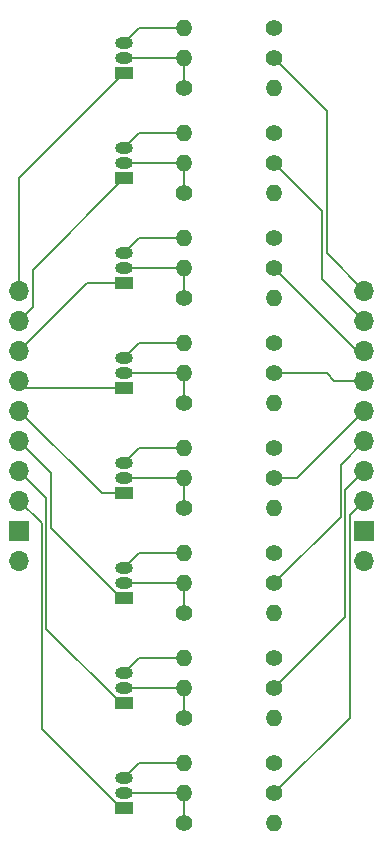
<source format=gtl>
%TF.GenerationSoftware,KiCad,Pcbnew,7.0.11*%
%TF.CreationDate,2024-05-21T02:15:50+02:00*%
%TF.ProjectId,Untitled,556e7469-746c-4656-942e-6b696361645f,1.0*%
%TF.SameCoordinates,Original*%
%TF.FileFunction,Copper,L1,Top*%
%TF.FilePolarity,Positive*%
%FSLAX46Y46*%
G04 Gerber Fmt 4.6, Leading zero omitted, Abs format (unit mm)*
G04 Created by KiCad (PCBNEW 7.0.11) date 2024-05-21 02:15:50*
%MOMM*%
%LPD*%
G01*
G04 APERTURE LIST*
%TA.AperFunction,ComponentPad*%
%ADD10O,1.500000X1.000000*%
%TD*%
%TA.AperFunction,ComponentPad*%
%ADD11R,1.500000X1.000000*%
%TD*%
%TA.AperFunction,ComponentPad*%
%ADD12C,1.400000*%
%TD*%
%TA.AperFunction,ComponentPad*%
%ADD13O,1.400000X1.400000*%
%TD*%
%TA.AperFunction,ComponentPad*%
%ADD14O,1.700000X1.700000*%
%TD*%
%TA.AperFunction,ComponentPad*%
%ADD15R,1.700000X1.700000*%
%TD*%
%TA.AperFunction,Conductor*%
%ADD16C,0.200000*%
%TD*%
G04 APERTURE END LIST*
D10*
%TO.P,Q1,2,B*%
%TO.N,Net-(Q1-B)*%
X81280000Y-109220000D03*
%TO.P,Q1,3,C*%
%TO.N,Net-(Q1-C)*%
X81280000Y-107950000D03*
D11*
%TO.P,Q1,1,E*%
%TO.N,/VMA436_IN_1*%
X81280000Y-110490000D03*
%TD*%
D12*
%TO.P,R83,1*%
%TO.N,/5V*%
X93980000Y-44450000D03*
D13*
%TO.P,R83,2*%
%TO.N,Net-(Q8-C)*%
X86360000Y-44450000D03*
%TD*%
D12*
%TO.P,R82,1*%
%TO.N,Net-(Q8-B)*%
X86360000Y-49530000D03*
D13*
%TO.P,R82,2*%
%TO.N,GND*%
X93980000Y-49530000D03*
%TD*%
D12*
%TO.P,R81,1*%
%TO.N,/TEGRA_OUT_8*%
X93980000Y-46990000D03*
D13*
%TO.P,R81,2*%
%TO.N,Net-(Q8-B)*%
X86360000Y-46990000D03*
%TD*%
D12*
%TO.P,R73,1*%
%TO.N,/5V*%
X93980000Y-53340000D03*
D13*
%TO.P,R73,2*%
%TO.N,Net-(Q7-C)*%
X86360000Y-53340000D03*
%TD*%
D12*
%TO.P,R72,1*%
%TO.N,Net-(Q7-B)*%
X86360000Y-58420000D03*
D13*
%TO.P,R72,2*%
%TO.N,GND*%
X93980000Y-58420000D03*
%TD*%
D12*
%TO.P,R71,1*%
%TO.N,/TEGRA_OUT_7*%
X93980000Y-55880000D03*
D13*
%TO.P,R71,2*%
%TO.N,Net-(Q7-B)*%
X86360000Y-55880000D03*
%TD*%
%TO.P,R63,2*%
%TO.N,Net-(Q6-C)*%
X86360000Y-62230000D03*
D12*
%TO.P,R63,1*%
%TO.N,/5V*%
X93980000Y-62230000D03*
%TD*%
D13*
%TO.P,R62,2*%
%TO.N,GND*%
X93980000Y-67310000D03*
D12*
%TO.P,R62,1*%
%TO.N,Net-(Q6-B)*%
X86360000Y-67310000D03*
%TD*%
D13*
%TO.P,R61,2*%
%TO.N,Net-(Q6-B)*%
X86360000Y-64770000D03*
D12*
%TO.P,R61,1*%
%TO.N,/TEGRA_OUT_6*%
X93980000Y-64770000D03*
%TD*%
%TO.P,R53,1*%
%TO.N,/5V*%
X93980000Y-71120000D03*
D13*
%TO.P,R53,2*%
%TO.N,Net-(Q5-C)*%
X86360000Y-71120000D03*
%TD*%
D12*
%TO.P,R52,1*%
%TO.N,Net-(Q5-B)*%
X86360000Y-76200000D03*
D13*
%TO.P,R52,2*%
%TO.N,GND*%
X93980000Y-76200000D03*
%TD*%
D12*
%TO.P,R51,1*%
%TO.N,/TEGRA_OUT_5*%
X93980000Y-73660000D03*
D13*
%TO.P,R51,2*%
%TO.N,Net-(Q5-B)*%
X86360000Y-73660000D03*
%TD*%
D12*
%TO.P,R43,1*%
%TO.N,/5V*%
X93980000Y-80010000D03*
D13*
%TO.P,R43,2*%
%TO.N,Net-(Q4-C)*%
X86360000Y-80010000D03*
%TD*%
D12*
%TO.P,R42,1*%
%TO.N,Net-(Q4-B)*%
X86360000Y-85090000D03*
D13*
%TO.P,R42,2*%
%TO.N,GND*%
X93980000Y-85090000D03*
%TD*%
D12*
%TO.P,R41,1*%
%TO.N,/TEGRA_OUT_4*%
X93980000Y-82550000D03*
D13*
%TO.P,R41,2*%
%TO.N,Net-(Q4-B)*%
X86360000Y-82550000D03*
%TD*%
D12*
%TO.P,R33,1*%
%TO.N,/5V*%
X93980000Y-88900000D03*
D13*
%TO.P,R33,2*%
%TO.N,Net-(Q3-C)*%
X86360000Y-88900000D03*
%TD*%
D12*
%TO.P,R32,1*%
%TO.N,Net-(Q3-B)*%
X86360000Y-93980000D03*
D13*
%TO.P,R32,2*%
%TO.N,GND*%
X93980000Y-93980000D03*
%TD*%
D12*
%TO.P,R31,1*%
%TO.N,/TEGRA_OUT_3*%
X93980000Y-91440000D03*
D13*
%TO.P,R31,2*%
%TO.N,Net-(Q3-B)*%
X86360000Y-91440000D03*
%TD*%
%TO.P,R23,2*%
%TO.N,Net-(Q2-C)*%
X86360000Y-97790000D03*
D12*
%TO.P,R23,1*%
%TO.N,/5V*%
X93980000Y-97790000D03*
%TD*%
D13*
%TO.P,R22,2*%
%TO.N,GND*%
X93980000Y-102870000D03*
D12*
%TO.P,R22,1*%
%TO.N,Net-(Q2-B)*%
X86360000Y-102870000D03*
%TD*%
D13*
%TO.P,R21,2*%
%TO.N,Net-(Q2-B)*%
X86360000Y-100330000D03*
D12*
%TO.P,R21,1*%
%TO.N,/TEGRA_OUT_2*%
X93980000Y-100330000D03*
%TD*%
D13*
%TO.P,R13,2*%
%TO.N,Net-(Q1-C)*%
X86360000Y-106680000D03*
D12*
%TO.P,R13,1*%
%TO.N,/5V*%
X93980000Y-106680000D03*
%TD*%
D13*
%TO.P,R12,2*%
%TO.N,GND*%
X93980000Y-111760000D03*
D12*
%TO.P,R12,1*%
%TO.N,Net-(Q1-B)*%
X86360000Y-111760000D03*
%TD*%
%TO.P,R11,1*%
%TO.N,/TEGRA_OUT_1*%
X93980000Y-109220000D03*
D13*
%TO.P,R11,2*%
%TO.N,Net-(Q1-B)*%
X86360000Y-109220000D03*
%TD*%
D10*
%TO.P,Q8,2,B*%
%TO.N,Net-(Q8-B)*%
X81280000Y-46990000D03*
%TO.P,Q8,3,C*%
%TO.N,Net-(Q8-C)*%
X81280000Y-45720000D03*
D11*
%TO.P,Q8,1,E*%
%TO.N,/VMA436_IN_8*%
X81280000Y-48260000D03*
%TD*%
D10*
%TO.P,Q7,2,B*%
%TO.N,Net-(Q7-B)*%
X81280000Y-55880000D03*
%TO.P,Q7,3,C*%
%TO.N,Net-(Q7-C)*%
X81280000Y-54610000D03*
D11*
%TO.P,Q7,1,E*%
%TO.N,/VMA436_IN_7*%
X81280000Y-57150000D03*
%TD*%
D10*
%TO.P,Q6,2,B*%
%TO.N,Net-(Q6-B)*%
X81280000Y-64770000D03*
%TO.P,Q6,3,C*%
%TO.N,Net-(Q6-C)*%
X81280000Y-63500000D03*
D11*
%TO.P,Q6,1,E*%
%TO.N,/VMA436_IN_6*%
X81280000Y-66040000D03*
%TD*%
D10*
%TO.P,Q5,2,B*%
%TO.N,Net-(Q5-B)*%
X81280000Y-73660000D03*
%TO.P,Q5,3,C*%
%TO.N,Net-(Q5-C)*%
X81280000Y-72390000D03*
D11*
%TO.P,Q5,1,E*%
%TO.N,/VMA436_IN_5*%
X81280000Y-74930000D03*
%TD*%
D10*
%TO.P,Q4,2,B*%
%TO.N,Net-(Q4-B)*%
X81280000Y-82550000D03*
%TO.P,Q4,3,C*%
%TO.N,Net-(Q4-C)*%
X81280000Y-81280000D03*
D11*
%TO.P,Q4,1,E*%
%TO.N,/VMA436_IN_4*%
X81280000Y-83820000D03*
%TD*%
D10*
%TO.P,Q3,2,B*%
%TO.N,Net-(Q3-B)*%
X81280000Y-91440000D03*
%TO.P,Q3,3,C*%
%TO.N,Net-(Q3-C)*%
X81280000Y-90170000D03*
D11*
%TO.P,Q3,1,E*%
%TO.N,/VMA436_IN_3*%
X81280000Y-92710000D03*
%TD*%
D10*
%TO.P,Q2,2,B*%
%TO.N,Net-(Q2-B)*%
X81280000Y-100330000D03*
%TO.P,Q2,3,C*%
%TO.N,Net-(Q2-C)*%
X81280000Y-99060000D03*
D11*
%TO.P,Q2,1,E*%
%TO.N,/VMA436_IN_2*%
X81280000Y-101600000D03*
%TD*%
D14*
%TO.P,J2,10,Pin_10*%
%TO.N,/5V*%
X72390000Y-89540000D03*
D15*
%TO.P,J2,9,Pin_9*%
%TO.N,GND*%
X72390000Y-87000000D03*
D14*
%TO.P,J2,8,Pin_8*%
%TO.N,/VMA436_IN_1*%
X72390000Y-84460000D03*
%TO.P,J2,7,Pin_7*%
%TO.N,/VMA436_IN_2*%
X72390000Y-81920000D03*
%TO.P,J2,6,Pin_6*%
%TO.N,/VMA436_IN_3*%
X72390000Y-79380000D03*
%TO.P,J2,5,Pin_5*%
%TO.N,/VMA436_IN_4*%
X72390000Y-76840000D03*
%TO.P,J2,4,Pin_4*%
%TO.N,/VMA436_IN_5*%
X72390000Y-74300000D03*
%TO.P,J2,3,Pin_3*%
%TO.N,/VMA436_IN_6*%
X72390000Y-71760000D03*
%TO.P,J2,2,Pin_2*%
%TO.N,/VMA436_IN_7*%
X72390000Y-69220000D03*
%TO.P,J2,1,Pin_1*%
%TO.N,/VMA436_IN_8*%
X72390000Y-66680000D03*
%TD*%
%TO.P,J1,1,Pin_1*%
%TO.N,/TEGRA_OUT_8*%
X101600000Y-66675000D03*
%TO.P,J1,2,Pin_2*%
%TO.N,/TEGRA_OUT_7*%
X101600000Y-69215000D03*
%TO.P,J1,3,Pin_3*%
%TO.N,/TEGRA_OUT_6*%
X101600000Y-71755000D03*
%TO.P,J1,4,Pin_4*%
%TO.N,/TEGRA_OUT_5*%
X101600000Y-74295000D03*
%TO.P,J1,5,Pin_5*%
%TO.N,/TEGRA_OUT_4*%
X101600000Y-76835000D03*
%TO.P,J1,6,Pin_6*%
%TO.N,/TEGRA_OUT_3*%
X101600000Y-79375000D03*
%TO.P,J1,7,Pin_7*%
%TO.N,/TEGRA_OUT_2*%
X101600000Y-81915000D03*
%TO.P,J1,8,Pin_8*%
%TO.N,/TEGRA_OUT_1*%
X101600000Y-84455000D03*
D15*
%TO.P,J1,9,Pin_9*%
%TO.N,GND*%
X101600000Y-86995000D03*
D14*
%TO.P,J1,10,Pin_10*%
%TO.N,/5V*%
X101600000Y-89535000D03*
%TD*%
D16*
%TO.N,/TEGRA_OUT_3*%
X93980000Y-91440000D02*
X99600000Y-85820000D01*
X99600000Y-85820000D02*
X99600000Y-81375000D01*
X99600000Y-81375000D02*
X101600000Y-79375000D01*
%TO.N,/TEGRA_OUT_2*%
X93980000Y-100330000D02*
X100000000Y-94310000D01*
X100000000Y-83515000D02*
X101600000Y-81915000D01*
X100000000Y-94310000D02*
X100000000Y-83515000D01*
%TO.N,/TEGRA_OUT_1*%
X93980000Y-109220000D02*
X100400000Y-102800000D01*
X100400000Y-102800000D02*
X100400000Y-85655000D01*
X100400000Y-85655000D02*
X101600000Y-84455000D01*
%TO.N,/VMA436_IN_8*%
X81280000Y-48260000D02*
X72390000Y-57150000D01*
X72390000Y-57150000D02*
X72390000Y-66680000D01*
%TO.N,Net-(Q8-C)*%
X86360000Y-44450000D02*
X82550000Y-44450000D01*
X82550000Y-44450000D02*
X81280000Y-45720000D01*
%TO.N,Net-(Q8-B)*%
X86360000Y-46990000D02*
X81280000Y-46990000D01*
X86360000Y-49530000D02*
X86360000Y-46990000D01*
%TO.N,/TEGRA_OUT_7*%
X93980000Y-55880000D02*
X98025000Y-59925000D01*
X98025000Y-59925000D02*
X98025000Y-65640000D01*
X98025000Y-65640000D02*
X101600000Y-69215000D01*
%TO.N,/TEGRA_OUT_8*%
X98425000Y-51435000D02*
X98425000Y-63500000D01*
X93980000Y-46990000D02*
X98425000Y-51435000D01*
X98425000Y-63500000D02*
X101600000Y-66675000D01*
%TO.N,Net-(Q7-C)*%
X86360000Y-53340000D02*
X82550000Y-53340000D01*
X82550000Y-53340000D02*
X81280000Y-54610000D01*
%TO.N,/VMA436_IN_7*%
X81280000Y-57150000D02*
X73540000Y-64890000D01*
X73540000Y-64890000D02*
X73540000Y-68070000D01*
X73540000Y-68070000D02*
X72390000Y-69220000D01*
%TO.N,Net-(Q7-B)*%
X86360000Y-55880000D02*
X81280000Y-55880000D01*
X86360000Y-58420000D02*
X86360000Y-55880000D01*
%TO.N,/TEGRA_OUT_5*%
X98425000Y-73660000D02*
X99060000Y-74295000D01*
X93980000Y-73660000D02*
X98425000Y-73660000D01*
X99060000Y-74295000D02*
X101600000Y-74295000D01*
%TO.N,/TEGRA_OUT_6*%
X93980000Y-64770000D02*
X100965000Y-71755000D01*
X100965000Y-71755000D02*
X101600000Y-71755000D01*
%TO.N,/VMA436_IN_6*%
X81280000Y-66040000D02*
X78110000Y-66040000D01*
X78110000Y-66040000D02*
X72390000Y-71760000D01*
%TO.N,Net-(Q6-C)*%
X86360000Y-62230000D02*
X82550000Y-62230000D01*
X82550000Y-62230000D02*
X81280000Y-63500000D01*
%TO.N,Net-(Q6-B)*%
X86360000Y-64770000D02*
X81280000Y-64770000D01*
X86360000Y-67310000D02*
X86360000Y-64770000D01*
%TO.N,/TEGRA_OUT_5*%
X100965000Y-73660000D02*
X101600000Y-74295000D01*
%TO.N,/VMA436_IN_5*%
X81280000Y-74930000D02*
X73020000Y-74930000D01*
X73020000Y-74930000D02*
X72390000Y-74300000D01*
%TO.N,Net-(Q5-C)*%
X86360000Y-71120000D02*
X82550000Y-71120000D01*
X82550000Y-71120000D02*
X81280000Y-72390000D01*
%TO.N,Net-(Q5-B)*%
X86360000Y-73660000D02*
X81280000Y-73660000D01*
X86360000Y-76200000D02*
X86360000Y-73660000D01*
%TO.N,/TEGRA_OUT_4*%
X93980000Y-82550000D02*
X95885000Y-82550000D01*
X95885000Y-82550000D02*
X101600000Y-76835000D01*
%TO.N,/VMA436_IN_4*%
X81280000Y-83820000D02*
X79370000Y-83820000D01*
X79370000Y-83820000D02*
X72390000Y-76840000D01*
%TO.N,Net-(Q4-C)*%
X86360000Y-80010000D02*
X82550000Y-80010000D01*
X82550000Y-80010000D02*
X81280000Y-81280000D01*
%TO.N,Net-(Q4-B)*%
X86360000Y-82550000D02*
X81280000Y-82550000D01*
X86360000Y-85090000D02*
X86360000Y-82550000D01*
%TO.N,/VMA436_IN_3*%
X81280000Y-92710000D02*
X81030000Y-92710000D01*
X75095000Y-86775000D02*
X75095000Y-82085000D01*
X75095000Y-82085000D02*
X72390000Y-79380000D01*
X81030000Y-92710000D02*
X75095000Y-86775000D01*
%TO.N,Net-(Q3-B)*%
X86360000Y-93980000D02*
X86360000Y-91440000D01*
%TO.N,Net-(Q3-C)*%
X86360000Y-88900000D02*
X82550000Y-88900000D01*
X82550000Y-88900000D02*
X81280000Y-90170000D01*
%TO.N,Net-(Q3-B)*%
X86360000Y-91440000D02*
X81280000Y-91440000D01*
%TO.N,/VMA436_IN_2*%
X81280000Y-101600000D02*
X81030000Y-101600000D01*
X81030000Y-101600000D02*
X74695000Y-95265000D01*
X74695000Y-95265000D02*
X74695000Y-84225000D01*
X74695000Y-84225000D02*
X72390000Y-81920000D01*
%TO.N,/VMA436_IN_1*%
X74295000Y-103755000D02*
X74295000Y-86360000D01*
X74290000Y-86360000D02*
X72390000Y-84460000D01*
X81030000Y-110490000D02*
X74295000Y-103755000D01*
X81280000Y-110490000D02*
X81030000Y-110490000D01*
X74295000Y-86360000D02*
X74290000Y-86360000D01*
%TO.N,Net-(Q1-C)*%
X86360000Y-106680000D02*
X82550000Y-106680000D01*
X82550000Y-106680000D02*
X81280000Y-107950000D01*
%TO.N,Net-(Q2-C)*%
X86360000Y-97790000D02*
X82550000Y-97790000D01*
X82550000Y-97790000D02*
X81280000Y-99060000D01*
%TO.N,Net-(Q2-B)*%
X86360000Y-100330000D02*
X81280000Y-100330000D01*
X86360000Y-102870000D02*
X86360000Y-100330000D01*
%TO.N,Net-(Q1-B)*%
X86360000Y-109220000D02*
X81280000Y-109220000D01*
X86360000Y-111760000D02*
X86360000Y-109220000D01*
X86360000Y-108585000D02*
X85725000Y-109220000D01*
%TD*%
M02*

</source>
